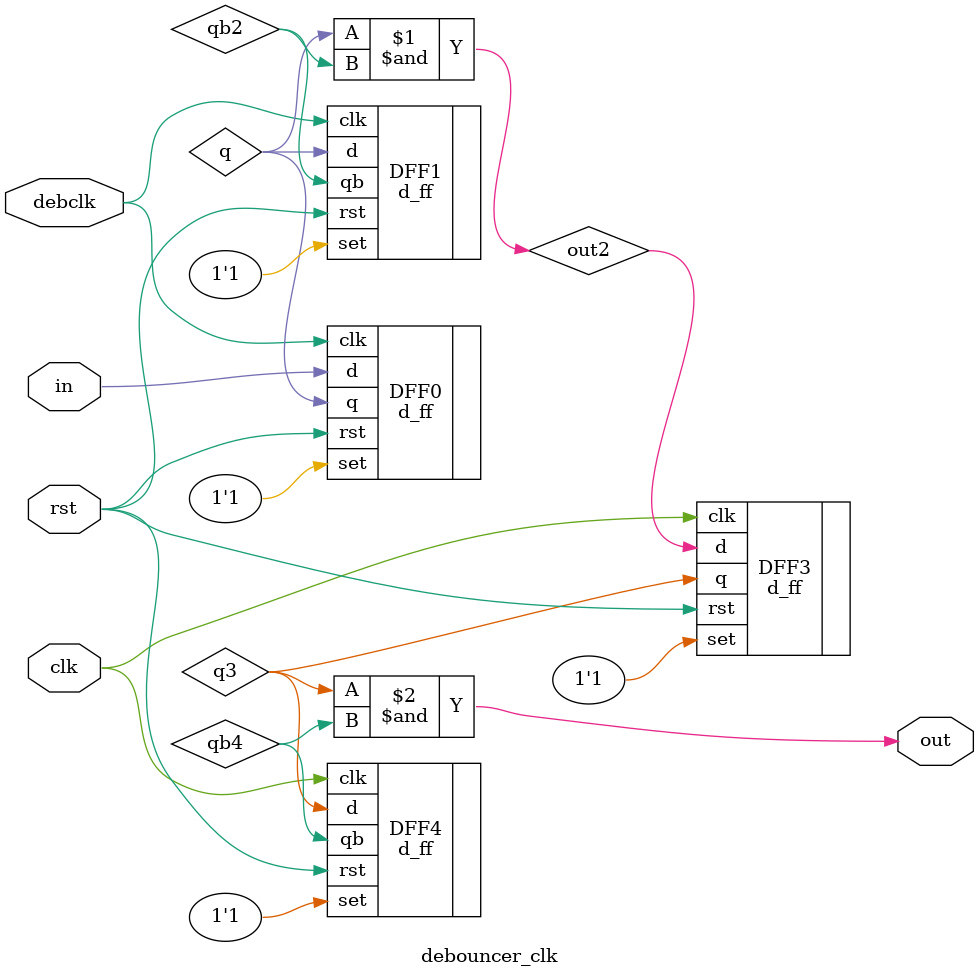
<source format=v>
module debouncer_clk	(
	clk, rst,
	in,
	debclk,
	out);

	
	input			clk, rst;
	input			in;
	input			debclk;
	output		out;
	
	wire			clk, rst;
	wire			in;
	wire			debclk;
	wire			out;
	wire			q, q3, qb2, qb4;
	wire			out2;
	
	
	d_ff					DFF0	(							// 1st D-FF 인스턴스화
	/*	input				*/	.clk		(debclk),
	/*	input				*/	.rst		(rst),
	/* input				*/	.set		(1'b1),
	/*	input				*/	.d			(in),
	/*	output			*/	.q			(q));
	
	d_ff					DFF1	(							// 2nd D-FF 인스턴스화
	/*	input				*/	.clk		(debclk),
	/*	input				*/	.rst		(rst),
	/* input				*/	.set		(1'b1),
	/*	input				*/	.d			(q),
	/*	output			*/	.qb		(qb2));
	
	d_ff					DFF3	(							// 3rd D-FF 인스턴스화
	/*	input				*/	.clk		(clk),
	/*	input				*/	.rst		(rst),
	/* input				*/	.set		(1'b1),
	/*	input				*/	.d			(out2),
	/*	output			*/	.q			(q3));
	
	d_ff					DFF4	(							// 4th D-FF 인스턴스화
	/*	input				*/	.clk		(clk),
	/*	input				*/	.rst		(rst),
	/* input				*/	.set		(1'b1),
	/*	input				*/	.d			(q3),
	/*	output			*/	.qb		(qb4));
	
	assign	out2 =  q & qb2;
	assign	out  = q3 & qb4;
	
endmodule 
</source>
